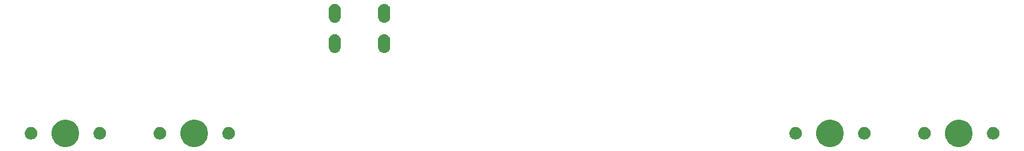
<source format=gbr>
G04 #@! TF.GenerationSoftware,KiCad,Pcbnew,(5.1.4)-1*
G04 #@! TF.CreationDate,2022-10-30T21:37:08+01:00*
G04 #@! TF.ProjectId,quaver-keypadrev1,71756176-6572-42d6-9b65-797061647265,rev?*
G04 #@! TF.SameCoordinates,Original*
G04 #@! TF.FileFunction,Soldermask,Top*
G04 #@! TF.FilePolarity,Negative*
%FSLAX46Y46*%
G04 Gerber Fmt 4.6, Leading zero omitted, Abs format (unit mm)*
G04 Created by KiCad (PCBNEW (5.1.4)-1) date 2022-10-30 21:37:08*
%MOMM*%
%LPD*%
G04 APERTURE LIST*
%ADD10C,0.100000*%
G04 APERTURE END LIST*
D10*
G36*
X243801474Y-102808684D02*
G01*
X244019474Y-102898983D01*
X244173623Y-102962833D01*
X244508548Y-103186623D01*
X244793377Y-103471452D01*
X245017167Y-103806377D01*
X245049562Y-103884586D01*
X245171316Y-104178526D01*
X245249900Y-104573594D01*
X245249900Y-104976406D01*
X245171316Y-105371474D01*
X245120451Y-105494272D01*
X245017167Y-105743623D01*
X244793377Y-106078548D01*
X244508548Y-106363377D01*
X244173623Y-106587167D01*
X244019474Y-106651017D01*
X243801474Y-106741316D01*
X243406406Y-106819900D01*
X243003594Y-106819900D01*
X242608526Y-106741316D01*
X242390526Y-106651017D01*
X242236377Y-106587167D01*
X241901452Y-106363377D01*
X241616623Y-106078548D01*
X241392833Y-105743623D01*
X241289549Y-105494272D01*
X241238684Y-105371474D01*
X241160100Y-104976406D01*
X241160100Y-104573594D01*
X241238684Y-104178526D01*
X241360438Y-103884586D01*
X241392833Y-103806377D01*
X241616623Y-103471452D01*
X241901452Y-103186623D01*
X242236377Y-102962833D01*
X242390526Y-102898983D01*
X242608526Y-102808684D01*
X243003594Y-102730100D01*
X243406406Y-102730100D01*
X243801474Y-102808684D01*
X243801474Y-102808684D01*
G37*
G36*
X130771474Y-102808684D02*
G01*
X130989474Y-102898983D01*
X131143623Y-102962833D01*
X131478548Y-103186623D01*
X131763377Y-103471452D01*
X131987167Y-103806377D01*
X132019562Y-103884586D01*
X132141316Y-104178526D01*
X132219900Y-104573594D01*
X132219900Y-104976406D01*
X132141316Y-105371474D01*
X132090451Y-105494272D01*
X131987167Y-105743623D01*
X131763377Y-106078548D01*
X131478548Y-106363377D01*
X131143623Y-106587167D01*
X130989474Y-106651017D01*
X130771474Y-106741316D01*
X130376406Y-106819900D01*
X129973594Y-106819900D01*
X129578526Y-106741316D01*
X129360526Y-106651017D01*
X129206377Y-106587167D01*
X128871452Y-106363377D01*
X128586623Y-106078548D01*
X128362833Y-105743623D01*
X128259549Y-105494272D01*
X128208684Y-105371474D01*
X128130100Y-104976406D01*
X128130100Y-104573594D01*
X128208684Y-104178526D01*
X128330438Y-103884586D01*
X128362833Y-103806377D01*
X128586623Y-103471452D01*
X128871452Y-103186623D01*
X129206377Y-102962833D01*
X129360526Y-102898983D01*
X129578526Y-102808684D01*
X129973594Y-102730100D01*
X130376406Y-102730100D01*
X130771474Y-102808684D01*
X130771474Y-102808684D01*
G37*
G36*
X149821474Y-102808684D02*
G01*
X150039474Y-102898983D01*
X150193623Y-102962833D01*
X150528548Y-103186623D01*
X150813377Y-103471452D01*
X151037167Y-103806377D01*
X151069562Y-103884586D01*
X151191316Y-104178526D01*
X151269900Y-104573594D01*
X151269900Y-104976406D01*
X151191316Y-105371474D01*
X151140451Y-105494272D01*
X151037167Y-105743623D01*
X150813377Y-106078548D01*
X150528548Y-106363377D01*
X150193623Y-106587167D01*
X150039474Y-106651017D01*
X149821474Y-106741316D01*
X149426406Y-106819900D01*
X149023594Y-106819900D01*
X148628526Y-106741316D01*
X148410526Y-106651017D01*
X148256377Y-106587167D01*
X147921452Y-106363377D01*
X147636623Y-106078548D01*
X147412833Y-105743623D01*
X147309549Y-105494272D01*
X147258684Y-105371474D01*
X147180100Y-104976406D01*
X147180100Y-104573594D01*
X147258684Y-104178526D01*
X147380438Y-103884586D01*
X147412833Y-103806377D01*
X147636623Y-103471452D01*
X147921452Y-103186623D01*
X148256377Y-102962833D01*
X148410526Y-102898983D01*
X148628526Y-102808684D01*
X149023594Y-102730100D01*
X149426406Y-102730100D01*
X149821474Y-102808684D01*
X149821474Y-102808684D01*
G37*
G36*
X262851474Y-102808684D02*
G01*
X263069474Y-102898983D01*
X263223623Y-102962833D01*
X263558548Y-103186623D01*
X263843377Y-103471452D01*
X264067167Y-103806377D01*
X264099562Y-103884586D01*
X264221316Y-104178526D01*
X264299900Y-104573594D01*
X264299900Y-104976406D01*
X264221316Y-105371474D01*
X264170451Y-105494272D01*
X264067167Y-105743623D01*
X263843377Y-106078548D01*
X263558548Y-106363377D01*
X263223623Y-106587167D01*
X263069474Y-106651017D01*
X262851474Y-106741316D01*
X262456406Y-106819900D01*
X262053594Y-106819900D01*
X261658526Y-106741316D01*
X261440526Y-106651017D01*
X261286377Y-106587167D01*
X260951452Y-106363377D01*
X260666623Y-106078548D01*
X260442833Y-105743623D01*
X260339549Y-105494272D01*
X260288684Y-105371474D01*
X260210100Y-104976406D01*
X260210100Y-104573594D01*
X260288684Y-104178526D01*
X260410438Y-103884586D01*
X260442833Y-103806377D01*
X260666623Y-103471452D01*
X260951452Y-103186623D01*
X261286377Y-102962833D01*
X261440526Y-102898983D01*
X261658526Y-102808684D01*
X262053594Y-102730100D01*
X262456406Y-102730100D01*
X262851474Y-102808684D01*
X262851474Y-102808684D01*
G37*
G36*
X248555104Y-103884585D02*
G01*
X248723626Y-103954389D01*
X248875291Y-104055728D01*
X249004272Y-104184709D01*
X249105611Y-104336374D01*
X249175415Y-104504896D01*
X249211000Y-104683797D01*
X249211000Y-104866203D01*
X249175415Y-105045104D01*
X249105611Y-105213626D01*
X249004272Y-105365291D01*
X248875291Y-105494272D01*
X248723626Y-105595611D01*
X248555104Y-105665415D01*
X248376203Y-105701000D01*
X248193797Y-105701000D01*
X248014896Y-105665415D01*
X247846374Y-105595611D01*
X247694709Y-105494272D01*
X247565728Y-105365291D01*
X247464389Y-105213626D01*
X247394585Y-105045104D01*
X247359000Y-104866203D01*
X247359000Y-104683797D01*
X247394585Y-104504896D01*
X247464389Y-104336374D01*
X247565728Y-104184709D01*
X247694709Y-104055728D01*
X247846374Y-103954389D01*
X248014896Y-103884585D01*
X248193797Y-103849000D01*
X248376203Y-103849000D01*
X248555104Y-103884585D01*
X248555104Y-103884585D01*
G37*
G36*
X135525104Y-103884585D02*
G01*
X135693626Y-103954389D01*
X135845291Y-104055728D01*
X135974272Y-104184709D01*
X136075611Y-104336374D01*
X136145415Y-104504896D01*
X136181000Y-104683797D01*
X136181000Y-104866203D01*
X136145415Y-105045104D01*
X136075611Y-105213626D01*
X135974272Y-105365291D01*
X135845291Y-105494272D01*
X135693626Y-105595611D01*
X135525104Y-105665415D01*
X135346203Y-105701000D01*
X135163797Y-105701000D01*
X134984896Y-105665415D01*
X134816374Y-105595611D01*
X134664709Y-105494272D01*
X134535728Y-105365291D01*
X134434389Y-105213626D01*
X134364585Y-105045104D01*
X134329000Y-104866203D01*
X134329000Y-104683797D01*
X134364585Y-104504896D01*
X134434389Y-104336374D01*
X134535728Y-104184709D01*
X134664709Y-104055728D01*
X134816374Y-103954389D01*
X134984896Y-103884585D01*
X135163797Y-103849000D01*
X135346203Y-103849000D01*
X135525104Y-103884585D01*
X135525104Y-103884585D01*
G37*
G36*
X125365104Y-103884585D02*
G01*
X125533626Y-103954389D01*
X125685291Y-104055728D01*
X125814272Y-104184709D01*
X125915611Y-104336374D01*
X125985415Y-104504896D01*
X126021000Y-104683797D01*
X126021000Y-104866203D01*
X125985415Y-105045104D01*
X125915611Y-105213626D01*
X125814272Y-105365291D01*
X125685291Y-105494272D01*
X125533626Y-105595611D01*
X125365104Y-105665415D01*
X125186203Y-105701000D01*
X125003797Y-105701000D01*
X124824896Y-105665415D01*
X124656374Y-105595611D01*
X124504709Y-105494272D01*
X124375728Y-105365291D01*
X124274389Y-105213626D01*
X124204585Y-105045104D01*
X124169000Y-104866203D01*
X124169000Y-104683797D01*
X124204585Y-104504896D01*
X124274389Y-104336374D01*
X124375728Y-104184709D01*
X124504709Y-104055728D01*
X124656374Y-103954389D01*
X124824896Y-103884585D01*
X125003797Y-103849000D01*
X125186203Y-103849000D01*
X125365104Y-103884585D01*
X125365104Y-103884585D01*
G37*
G36*
X154575104Y-103884585D02*
G01*
X154743626Y-103954389D01*
X154895291Y-104055728D01*
X155024272Y-104184709D01*
X155125611Y-104336374D01*
X155195415Y-104504896D01*
X155231000Y-104683797D01*
X155231000Y-104866203D01*
X155195415Y-105045104D01*
X155125611Y-105213626D01*
X155024272Y-105365291D01*
X154895291Y-105494272D01*
X154743626Y-105595611D01*
X154575104Y-105665415D01*
X154396203Y-105701000D01*
X154213797Y-105701000D01*
X154034896Y-105665415D01*
X153866374Y-105595611D01*
X153714709Y-105494272D01*
X153585728Y-105365291D01*
X153484389Y-105213626D01*
X153414585Y-105045104D01*
X153379000Y-104866203D01*
X153379000Y-104683797D01*
X153414585Y-104504896D01*
X153484389Y-104336374D01*
X153585728Y-104184709D01*
X153714709Y-104055728D01*
X153866374Y-103954389D01*
X154034896Y-103884585D01*
X154213797Y-103849000D01*
X154396203Y-103849000D01*
X154575104Y-103884585D01*
X154575104Y-103884585D01*
G37*
G36*
X144415104Y-103884585D02*
G01*
X144583626Y-103954389D01*
X144735291Y-104055728D01*
X144864272Y-104184709D01*
X144965611Y-104336374D01*
X145035415Y-104504896D01*
X145071000Y-104683797D01*
X145071000Y-104866203D01*
X145035415Y-105045104D01*
X144965611Y-105213626D01*
X144864272Y-105365291D01*
X144735291Y-105494272D01*
X144583626Y-105595611D01*
X144415104Y-105665415D01*
X144236203Y-105701000D01*
X144053797Y-105701000D01*
X143874896Y-105665415D01*
X143706374Y-105595611D01*
X143554709Y-105494272D01*
X143425728Y-105365291D01*
X143324389Y-105213626D01*
X143254585Y-105045104D01*
X143219000Y-104866203D01*
X143219000Y-104683797D01*
X143254585Y-104504896D01*
X143324389Y-104336374D01*
X143425728Y-104184709D01*
X143554709Y-104055728D01*
X143706374Y-103954389D01*
X143874896Y-103884585D01*
X144053797Y-103849000D01*
X144236203Y-103849000D01*
X144415104Y-103884585D01*
X144415104Y-103884585D01*
G37*
G36*
X267605104Y-103884585D02*
G01*
X267773626Y-103954389D01*
X267925291Y-104055728D01*
X268054272Y-104184709D01*
X268155611Y-104336374D01*
X268225415Y-104504896D01*
X268261000Y-104683797D01*
X268261000Y-104866203D01*
X268225415Y-105045104D01*
X268155611Y-105213626D01*
X268054272Y-105365291D01*
X267925291Y-105494272D01*
X267773626Y-105595611D01*
X267605104Y-105665415D01*
X267426203Y-105701000D01*
X267243797Y-105701000D01*
X267064896Y-105665415D01*
X266896374Y-105595611D01*
X266744709Y-105494272D01*
X266615728Y-105365291D01*
X266514389Y-105213626D01*
X266444585Y-105045104D01*
X266409000Y-104866203D01*
X266409000Y-104683797D01*
X266444585Y-104504896D01*
X266514389Y-104336374D01*
X266615728Y-104184709D01*
X266744709Y-104055728D01*
X266896374Y-103954389D01*
X267064896Y-103884585D01*
X267243797Y-103849000D01*
X267426203Y-103849000D01*
X267605104Y-103884585D01*
X267605104Y-103884585D01*
G37*
G36*
X257445104Y-103884585D02*
G01*
X257613626Y-103954389D01*
X257765291Y-104055728D01*
X257894272Y-104184709D01*
X257995611Y-104336374D01*
X258065415Y-104504896D01*
X258101000Y-104683797D01*
X258101000Y-104866203D01*
X258065415Y-105045104D01*
X257995611Y-105213626D01*
X257894272Y-105365291D01*
X257765291Y-105494272D01*
X257613626Y-105595611D01*
X257445104Y-105665415D01*
X257266203Y-105701000D01*
X257083797Y-105701000D01*
X256904896Y-105665415D01*
X256736374Y-105595611D01*
X256584709Y-105494272D01*
X256455728Y-105365291D01*
X256354389Y-105213626D01*
X256284585Y-105045104D01*
X256249000Y-104866203D01*
X256249000Y-104683797D01*
X256284585Y-104504896D01*
X256354389Y-104336374D01*
X256455728Y-104184709D01*
X256584709Y-104055728D01*
X256736374Y-103954389D01*
X256904896Y-103884585D01*
X257083797Y-103849000D01*
X257266203Y-103849000D01*
X257445104Y-103884585D01*
X257445104Y-103884585D01*
G37*
G36*
X238395104Y-103884585D02*
G01*
X238563626Y-103954389D01*
X238715291Y-104055728D01*
X238844272Y-104184709D01*
X238945611Y-104336374D01*
X239015415Y-104504896D01*
X239051000Y-104683797D01*
X239051000Y-104866203D01*
X239015415Y-105045104D01*
X238945611Y-105213626D01*
X238844272Y-105365291D01*
X238715291Y-105494272D01*
X238563626Y-105595611D01*
X238395104Y-105665415D01*
X238216203Y-105701000D01*
X238033797Y-105701000D01*
X237854896Y-105665415D01*
X237686374Y-105595611D01*
X237534709Y-105494272D01*
X237405728Y-105365291D01*
X237304389Y-105213626D01*
X237234585Y-105045104D01*
X237199000Y-104866203D01*
X237199000Y-104683797D01*
X237234585Y-104504896D01*
X237304389Y-104336374D01*
X237405728Y-104184709D01*
X237534709Y-104055728D01*
X237686374Y-103954389D01*
X237854896Y-103884585D01*
X238033797Y-103849000D01*
X238216203Y-103849000D01*
X238395104Y-103884585D01*
X238395104Y-103884585D01*
G37*
G36*
X170173627Y-90052037D02*
G01*
X170343466Y-90103557D01*
X170499991Y-90187222D01*
X170535729Y-90216552D01*
X170637186Y-90299814D01*
X170720448Y-90401271D01*
X170749778Y-90437009D01*
X170833443Y-90593534D01*
X170884963Y-90763373D01*
X170898000Y-90895742D01*
X170898000Y-91984258D01*
X170884963Y-92116627D01*
X170833443Y-92286466D01*
X170749778Y-92442991D01*
X170720448Y-92478729D01*
X170637186Y-92580186D01*
X170499989Y-92692779D01*
X170343467Y-92776442D01*
X170343465Y-92776443D01*
X170173626Y-92827963D01*
X169997000Y-92845359D01*
X169820373Y-92827963D01*
X169650534Y-92776443D01*
X169494009Y-92692778D01*
X169458271Y-92663448D01*
X169356814Y-92580186D01*
X169244221Y-92442989D01*
X169160558Y-92286467D01*
X169160557Y-92286465D01*
X169109037Y-92116626D01*
X169096000Y-91984257D01*
X169096001Y-90895742D01*
X169109038Y-90763373D01*
X169160558Y-90593534D01*
X169244223Y-90437009D01*
X169273553Y-90401271D01*
X169356815Y-90299814D01*
X169458272Y-90216552D01*
X169494010Y-90187222D01*
X169650535Y-90103557D01*
X169820374Y-90052037D01*
X169997000Y-90034641D01*
X170173627Y-90052037D01*
X170173627Y-90052037D01*
G37*
G36*
X177473627Y-90052037D02*
G01*
X177643466Y-90103557D01*
X177799991Y-90187222D01*
X177835729Y-90216552D01*
X177937186Y-90299814D01*
X178020448Y-90401271D01*
X178049778Y-90437009D01*
X178133443Y-90593534D01*
X178184963Y-90763373D01*
X178198000Y-90895742D01*
X178198000Y-91984258D01*
X178184963Y-92116627D01*
X178133443Y-92286466D01*
X178049778Y-92442991D01*
X178020448Y-92478729D01*
X177937186Y-92580186D01*
X177799989Y-92692779D01*
X177643467Y-92776442D01*
X177643465Y-92776443D01*
X177473626Y-92827963D01*
X177297000Y-92845359D01*
X177120373Y-92827963D01*
X176950534Y-92776443D01*
X176794009Y-92692778D01*
X176758271Y-92663448D01*
X176656814Y-92580186D01*
X176544221Y-92442989D01*
X176460558Y-92286467D01*
X176460557Y-92286465D01*
X176409037Y-92116626D01*
X176396000Y-91984257D01*
X176396001Y-90895742D01*
X176409038Y-90763373D01*
X176460558Y-90593534D01*
X176544223Y-90437009D01*
X176573553Y-90401271D01*
X176656815Y-90299814D01*
X176758272Y-90216552D01*
X176794010Y-90187222D01*
X176950535Y-90103557D01*
X177120374Y-90052037D01*
X177297000Y-90034641D01*
X177473627Y-90052037D01*
X177473627Y-90052037D01*
G37*
G36*
X177473627Y-85552037D02*
G01*
X177643466Y-85603557D01*
X177799991Y-85687222D01*
X177835729Y-85716552D01*
X177937186Y-85799814D01*
X178020448Y-85901271D01*
X178049778Y-85937009D01*
X178133443Y-86093534D01*
X178184963Y-86263373D01*
X178198000Y-86395742D01*
X178198000Y-87484258D01*
X178184963Y-87616627D01*
X178133443Y-87786466D01*
X178049778Y-87942991D01*
X178020448Y-87978729D01*
X177937186Y-88080186D01*
X177799989Y-88192779D01*
X177643467Y-88276442D01*
X177643465Y-88276443D01*
X177473626Y-88327963D01*
X177297000Y-88345359D01*
X177120373Y-88327963D01*
X176950534Y-88276443D01*
X176794009Y-88192778D01*
X176758271Y-88163448D01*
X176656814Y-88080186D01*
X176544221Y-87942989D01*
X176460558Y-87786467D01*
X176460557Y-87786465D01*
X176409037Y-87616626D01*
X176396000Y-87484257D01*
X176396001Y-86395742D01*
X176409038Y-86263373D01*
X176460558Y-86093534D01*
X176544223Y-85937009D01*
X176573553Y-85901271D01*
X176656815Y-85799814D01*
X176758272Y-85716552D01*
X176794010Y-85687222D01*
X176950535Y-85603557D01*
X177120374Y-85552037D01*
X177297000Y-85534641D01*
X177473627Y-85552037D01*
X177473627Y-85552037D01*
G37*
G36*
X170173627Y-85552037D02*
G01*
X170343466Y-85603557D01*
X170499991Y-85687222D01*
X170535729Y-85716552D01*
X170637186Y-85799814D01*
X170720448Y-85901271D01*
X170749778Y-85937009D01*
X170833443Y-86093534D01*
X170884963Y-86263373D01*
X170898000Y-86395742D01*
X170898000Y-87484258D01*
X170884963Y-87616627D01*
X170833443Y-87786466D01*
X170749778Y-87942991D01*
X170720448Y-87978729D01*
X170637186Y-88080186D01*
X170499989Y-88192779D01*
X170343467Y-88276442D01*
X170343465Y-88276443D01*
X170173626Y-88327963D01*
X169997000Y-88345359D01*
X169820373Y-88327963D01*
X169650534Y-88276443D01*
X169494009Y-88192778D01*
X169458271Y-88163448D01*
X169356814Y-88080186D01*
X169244221Y-87942989D01*
X169160558Y-87786467D01*
X169160557Y-87786465D01*
X169109037Y-87616626D01*
X169096000Y-87484257D01*
X169096001Y-86395742D01*
X169109038Y-86263373D01*
X169160558Y-86093534D01*
X169244223Y-85937009D01*
X169273553Y-85901271D01*
X169356815Y-85799814D01*
X169458272Y-85716552D01*
X169494010Y-85687222D01*
X169650535Y-85603557D01*
X169820374Y-85552037D01*
X169997000Y-85534641D01*
X170173627Y-85552037D01*
X170173627Y-85552037D01*
G37*
M02*

</source>
